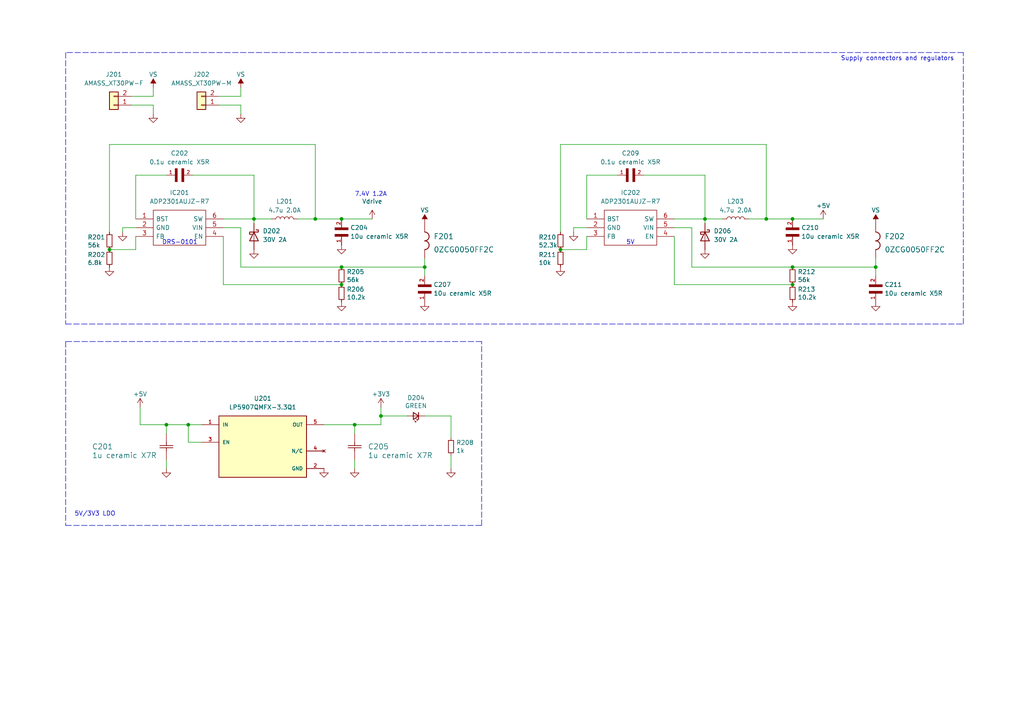
<source format=kicad_sch>
(kicad_sch (version 20211123) (generator eeschema)
  (paper "A4")
  (lib_symbols
    (symbol "0ZCG0050FF2C:0ZCG0050FF2C" (pin_numbers hide) (pin_names hide)
      (property "Reference" "F" (at 5.08 3.175 0))
      (property "Value" "0ZCG0050FF2C" (at 5.08 -6.35 0))
      (symbol "0ZCG0050FF2C_1_1"
        (arc (start 2.54 0) (mid 3.81 -1.27) (end 5.08 0) (stroke (width 0.254)))
        (arc (start 5.08 0) (mid 6.35 -1.27) (end 7.62 0) (stroke (width 0.254)))
        (pin unspecified line (at 0 0 0) (length 2.54) (name "1") (number "1"))
        (pin unspecified line (at 10.16 0 180) (length 2.54) (name "2") (number "2"))
      )
    )
    (symbol "ADP2301AUJZ-R7:ADP2301AUJZ-R7" (pin_names (offset 0.762))
      (property "Reference" "IC" (at 21.59 7.62 0))
      (property "Value" "ADP2301AUJZ-R7" (at 21.59 5.08 0))
      (symbol "ADP2301AUJZ-R7_0_0"
        (pin passive line (at 0 0 0) (length 5.08) (name "BST") (number "1"))
        (pin power_in line (at 0 -2.54 0) (length 5.08) (name "GND") (number "2"))
        (pin passive line (at 0 -5.08 0) (length 5.08) (name "FB") (number "3"))
        (pin passive line (at 25.4 -5.08 180) (length 5.08) (name "EN") (number "4"))
        (pin input line (at 25.4 -2.54 180) (length 5.08) (name "VIN") (number "5"))
        (pin passive line (at 25.4 0 180) (length 5.08) (name "SW") (number "6"))
      )
      (symbol "ADP2301AUJZ-R7_0_1"
        (polyline (pts (xy 5.08 2.54) (xy 20.32 2.54) (xy 20.32 -7.62) (xy 5.08 -7.62) (xy 5.08 2.54)) (stroke (width 0.1524)))
      )
    )
    (symbol "BluePhil-rescue:+3.3V-power" (power) (pin_names (offset 0))
      (property "Value" "+3.3V-power" (at 0 3.556 0))
      (symbol "+3.3V-power_0_1"
        (polyline (pts (xy -0.762 1.27) (xy 0 2.54)))
        (polyline (pts (xy 0 0) (xy 0 2.54)))
        (polyline (pts (xy 0 2.54) (xy 0.762 1.27)))
      )
      (symbol "+3.3V-power_1_1"
        (pin power_in line (at 0 0 90) (length 0) hide (name "+3V3") (number "1"))
      )
    )
    (symbol "C0603C105K3RACTU:C0603C105K3RACTU" (pin_numbers hide) (pin_names (offset 1.651) hide)
      (property "Reference" "C" (at 3.81 3.81 0))
      (property "Value" "C0603C105K3RACTU" (at 3.81 -7.62 0))
      (symbol "C0603C105K3RACTU_1_1"
        (polyline (pts (xy 2.54 0) (xy 3.4798 0)) (stroke (width 0.2032)))
        (polyline (pts (xy 3.4798 -1.905) (xy 3.4798 1.905)) (stroke (width 0.2032)))
        (polyline (pts (xy 4.1148 -1.905) (xy 4.1148 1.905)) (stroke (width 0.2032)))
        (polyline (pts (xy 4.1148 0) (xy 5.08 0)) (stroke (width 0.2032)))
        (pin unspecified line (at 0 0 0) (length 2.54) (name "1") (number "1"))
        (pin unspecified line (at 7.62 0 180) (length 2.54) (name "2") (number "2"))
      )
    )
    (symbol "C1005X5R1E104K050BC:C1005X5R1E104K050BC" (pin_names (offset 1.016) hide)
      (property "Reference" "C" (at 0 3.81 0))
      (property "Value" "C1005X5R1E104K050BC" (at 0 -5.08 0))
      (symbol "C1005X5R1E104K050BC_0_0"
        (rectangle (start 0 -1.905) (end 0.635 1.905) (fill (type outline)))
        (rectangle (start 1.905 -1.905) (end 2.54 1.905) (fill (type outline)))
        (pin passive line (at -2.54 0 0) (length 2.54) (name "~") (number "1"))
        (pin passive line (at 5.08 0 180) (length 2.54) (name "~") (number "2"))
      )
    )
    (symbol "C1608X5R0J106K080AB:C1608X5R0J106K080AB" (pin_names (offset 1.016) hide)
      (property "Reference" "C" (at 0 3.81 0))
      (property "Value" "C1608X5R0J106K080AB" (at 0 -5.08 0))
      (symbol "C1608X5R0J106K080AB_0_0"
        (rectangle (start 0 -1.905) (end 0.635 1.905) (fill (type outline)))
        (rectangle (start 1.905 -1.905) (end 2.54 1.905) (fill (type outline)))
        (pin passive line (at -2.54 0 0) (length 2.54) (name "~") (number "1"))
        (pin passive line (at 5.08 0 180) (length 2.54) (name "~") (number "2"))
      )
    )
    (symbol "Connector_Generic:Conn_01x02" (pin_names (offset 1.016) hide)
      (property "Reference" "J" (at 0 2.54 0))
      (property "Value" "Conn_01x02" (at 0 -5.08 0))
      (symbol "Conn_01x02_1_1"
        (rectangle (start -1.27 -2.413) (end 0 -2.667) (stroke (width 0.1524)))
        (rectangle (start -1.27 0.127) (end 0 -0.127) (stroke (width 0.1524)))
        (rectangle (start -1.27 1.27) (end 1.27 -3.81) (stroke (width 0.254)) (fill (type background)))
        (pin passive line (at -5.08 0 0) (length 3.81) (name "Pin_1") (number "1"))
        (pin passive line (at -5.08 -2.54 0) (length 3.81) (name "Pin_2") (number "2"))
      )
    )
    (symbol "Device:D_Schottky" (pin_numbers hide) (pin_names (offset 1.016) hide)
      (property "Reference" "D" (at 0 2.54 0))
      (property "Value" "D_Schottky" (at 0 -2.54 0))
      (symbol "D_Schottky_0_1"
        (polyline (pts (xy 1.27 0) (xy -1.27 0)))
        (polyline (pts (xy 1.27 1.27) (xy 1.27 -1.27) (xy -1.27 0) (xy 1.27 1.27)) (stroke (width 0.254)))
        (polyline (pts (xy -1.905 0.635) (xy -1.905 1.27) (xy -1.27 1.27) (xy -1.27 -1.27) (xy -0.635 -1.27) (xy -0.635 -0.635)) (stroke (width 0.254)))
      )
      (symbol "D_Schottky_1_1"
        (pin passive line (at -3.81 0 0) (length 2.54) (name "K") (number "1"))
        (pin passive line (at 3.81 0 180) (length 2.54) (name "A") (number "2"))
      )
    )
    (symbol "Device:L" (pin_numbers hide) (pin_names (offset 1.016) hide)
      (property "Reference" "L" (at -1.27 0 90))
      (property "Value" "L" (at 1.905 0 90))
      (symbol "L_0_1"
        (arc (start 0 -2.54) (mid 0.635 -1.905) (end 0 -1.27))
        (arc (start 0 -1.27) (mid 0.635 -0.635) (end 0 0))
        (arc (start 0 0) (mid 0.635 0.635) (end 0 1.27))
        (arc (start 0 1.27) (mid 0.635 1.905) (end 0 2.54))
      )
      (symbol "L_1_1"
        (pin passive line (at 0 3.81 270) (length 1.27) (name "1") (number "1"))
        (pin passive line (at 0 -3.81 90) (length 1.27) (name "2") (number "2"))
      )
    )
    (symbol "Device:LED_Small" (pin_numbers hide) (pin_names (offset 0.254) hide)
      (property "Reference" "D" (at -1.27 3.175 0))
      (property "Value" "LED_Small" (at -4.445 -2.54 0))
      (symbol "LED_Small_0_1"
        (polyline (pts (xy -0.762 -1.016) (xy -0.762 1.016)) (stroke (width 0.254)))
        (polyline (pts (xy 1.016 0) (xy -0.762 0)))
        (polyline (pts (xy 0.762 -1.016) (xy -0.762 0) (xy 0.762 1.016) (xy 0.762 -1.016)) (stroke (width 0.254)))
        (polyline (pts (xy 0 0.762) (xy -0.508 1.27) (xy -0.254 1.27) (xy -0.508 1.27) (xy -0.508 1.016)))
        (polyline (pts (xy 0.508 1.27) (xy 0 1.778) (xy 0.254 1.778) (xy 0 1.778) (xy 0 1.524)))
      )
      (symbol "LED_Small_1_1"
        (pin passive line (at -2.54 0 0) (length 1.778) (name "K") (number "1"))
        (pin passive line (at 2.54 0 180) (length 1.778) (name "A") (number "2"))
      )
    )
    (symbol "Device:R_Small" (pin_numbers hide) (pin_names (offset 0.254) hide)
      (property "Reference" "R" (at 0.762 0.508 0))
      (property "Value" "R_Small" (at 0.762 -1.016 0))
      (symbol "R_Small_0_1"
        (rectangle (start -0.762 1.778) (end 0.762 -1.778) (stroke (width 0.2032)))
      )
      (symbol "R_Small_1_1"
        (pin passive line (at 0 2.54 270) (length 0.762) (name "~") (number "1"))
        (pin passive line (at 0 -2.54 90) (length 0.762) (name "~") (number "2"))
      )
    )
    (symbol "LP5907QMFX-3.3Q1:LP5907QMFX-3.3Q1" (pin_names (offset 1.016))
      (property "Reference" "U" (at -12.7 8.382 0))
      (property "Value" "LP5907QMFX-3.3Q1" (at -12.7 -12.7 0))
      (symbol "LP5907QMFX-3.3Q1_0_0"
        (rectangle (start -12.7 -10.16) (end 12.7 7.62) (stroke (width 0.254)) (fill (type background)))
        (pin input line (at -17.78 5.08 0) (length 5.08) (name "IN") (number "1"))
        (pin power_in line (at 17.78 -7.62 180) (length 5.08) (name "GND") (number "2"))
        (pin input line (at -17.78 0 0) (length 5.08) (name "EN") (number "3"))
        (pin no_connect line (at 17.78 -2.54 180) (length 5.08) (name "N/C") (number "4"))
        (pin output line (at 17.78 5.08 180) (length 5.08) (name "OUT") (number "5"))
      )
    )
    (symbol "power:+5V" (power) (pin_names (offset 0))
      (property "Value" "+5V" (at 0 3.556 0))
      (symbol "+5V_0_1"
        (polyline (pts (xy -0.762 1.27) (xy 0 2.54)))
        (polyline (pts (xy 0 0) (xy 0 2.54)))
        (polyline (pts (xy 0 2.54) (xy 0.762 1.27)))
      )
      (symbol "+5V_1_1"
        (pin power_in line (at 0 0 90) (length 0) hide (name "+5V") (number "1"))
      )
    )
    (symbol "power:GND" (power) (pin_names (offset 0))
      (property "Value" "GND" (at 0 -3.81 0))
      (symbol "GND_0_1"
        (polyline (pts (xy 0 0) (xy 0 -1.27) (xy 1.27 -1.27) (xy 0 -2.54) (xy -1.27 -1.27) (xy 0 -1.27)))
      )
      (symbol "GND_1_1"
        (pin power_in line (at 0 0 270) (length 0) hide (name "GND") (number "1"))
      )
    )
    (symbol "power:VS" (power) (pin_names (offset 0))
      (property "Value" "VS" (at 0 3.81 0))
      (symbol "VS_0_1"
        (polyline (pts (xy 0 0) (xy 0 2.54)))
        (polyline (pts (xy 0.762 1.27) (xy -0.762 1.27) (xy 0 2.54) (xy 0.762 1.27)) (fill (type outline)))
      )
      (symbol "VS_1_1"
        (pin power_in line (at 0 0 90) (length 0) hide (name "VS") (number "1"))
      )
    )
    (symbol "power:Vdrive" (power) (pin_names (offset 0))
      (property "Value" "Vdrive" (at 0 3.81 0))
      (symbol "Vdrive_0_1"
        (polyline (pts (xy -0.762 1.27) (xy 0 2.54)))
        (polyline (pts (xy 0 0) (xy 0 2.54)))
        (polyline (pts (xy 0 2.54) (xy 0.762 1.27)))
      )
      (symbol "Vdrive_1_1"
        (pin power_in line (at 0 0 90) (length 0) hide (name "Vdrive") (number "1"))
      )
    )
  )
  (junction (at 222.25 63.5))
  (junction (at 204.47 63.5))
  (junction (at 229.87 63.5))
  (junction (at 48.26 123.19))
  (junction (at 31.75 72.39))
  (junction (at 99.06 63.5))
  (junction (at 229.87 77.47))
  (junction (at 110.49 120.65))
  (junction (at 99.06 82.55))
  (junction (at 123.19 77.47))
  (junction (at 91.44 63.5))
  (junction (at 254 77.47))
  (junction (at 73.66 63.5))
  (junction (at 99.06 77.47))
  (junction (at 102.87 123.19))
  (junction (at 162.56 72.39))
  (junction (at 229.87 82.55))
  (junction (at 54.61 123.19))
  (wire (pts (xy 204.47 50.8) (xy 204.47 63.5)))
  (wire (pts (xy 110.49 120.65) (xy 118.11 120.65)))
  (wire (pts (xy 170.18 72.39) (xy 162.56 72.39)))
  (wire (pts (xy 186.69 50.8) (xy 204.47 50.8)))
  (polyline (pts (xy 19.05 152.4) (xy 139.7 152.4)))
  (wire (pts (xy 86.36 63.5) (xy 91.44 63.5)))
  (wire (pts (xy 44.45 33.02) (xy 44.45 30.48)))
  (polyline (pts (xy 19.05 99.06) (xy 19.05 152.4)))
  (wire (pts (xy 200.66 66.04) (xy 200.66 77.47)))
  (wire (pts (xy 69.85 77.47) (xy 99.06 77.47)))
  (wire (pts (xy 40.64 118.11) (xy 40.64 123.19)))
  (wire (pts (xy 40.64 123.19) (xy 48.26 123.19)))
  (wire (pts (xy 200.66 77.47) (xy 229.87 77.47)))
  (wire (pts (xy 162.56 41.91) (xy 222.25 41.91)))
  (wire (pts (xy 222.25 41.91) (xy 222.25 63.5)))
  (wire (pts (xy 162.56 67.31) (xy 162.56 41.91)))
  (wire (pts (xy 110.49 123.19) (xy 102.87 123.19)))
  (wire (pts (xy 69.85 25.4) (xy 69.85 27.94)))
  (wire (pts (xy 110.49 118.11) (xy 110.49 120.65)))
  (wire (pts (xy 39.37 72.39) (xy 39.37 68.58)))
  (wire (pts (xy 31.75 67.31) (xy 31.75 41.91)))
  (wire (pts (xy 170.18 50.8) (xy 179.07 50.8)))
  (wire (pts (xy 73.66 64.77) (xy 73.66 63.5)))
  (wire (pts (xy 55.88 50.8) (xy 73.66 50.8)))
  (wire (pts (xy 58.42 128.27) (xy 54.61 128.27)))
  (wire (pts (xy 54.61 128.27) (xy 54.61 123.19)))
  (wire (pts (xy 130.81 120.65) (xy 130.81 127)))
  (wire (pts (xy 102.87 125.73) (xy 102.87 123.19)))
  (polyline (pts (xy 139.7 152.4) (xy 139.7 99.06)))
  (wire (pts (xy 54.61 123.19) (xy 58.42 123.19)))
  (wire (pts (xy 195.58 82.55) (xy 195.58 68.58)))
  (wire (pts (xy 91.44 63.5) (xy 99.06 63.5)))
  (wire (pts (xy 170.18 63.5) (xy 170.18 50.8)))
  (wire (pts (xy 69.85 33.02) (xy 69.85 30.48)))
  (wire (pts (xy 166.37 66.04) (xy 170.18 66.04)))
  (wire (pts (xy 222.25 63.5) (xy 229.87 63.5)))
  (wire (pts (xy 123.19 74.93) (xy 123.19 77.47)))
  (wire (pts (xy 217.17 63.5) (xy 222.25 63.5)))
  (wire (pts (xy 35.56 66.04) (xy 39.37 66.04)))
  (wire (pts (xy 69.85 30.48) (xy 63.5 30.48)))
  (wire (pts (xy 73.66 50.8) (xy 73.66 63.5)))
  (wire (pts (xy 91.44 41.91) (xy 91.44 63.5)))
  (wire (pts (xy 48.26 123.19) (xy 54.61 123.19)))
  (wire (pts (xy 69.85 27.94) (xy 63.5 27.94)))
  (wire (pts (xy 31.75 41.91) (xy 91.44 41.91)))
  (wire (pts (xy 39.37 50.8) (xy 48.26 50.8)))
  (wire (pts (xy 93.98 123.19) (xy 102.87 123.19)))
  (wire (pts (xy 254 74.93) (xy 254 77.47)))
  (wire (pts (xy 44.45 27.94) (xy 38.1 27.94)))
  (wire (pts (xy 73.66 63.5) (xy 78.74 63.5)))
  (wire (pts (xy 64.77 63.5) (xy 73.66 63.5)))
  (wire (pts (xy 123.19 120.65) (xy 130.81 120.65)))
  (polyline (pts (xy 279.4 15.24) (xy 19.05 15.24)))
  (wire (pts (xy 64.77 82.55) (xy 64.77 68.58)))
  (wire (pts (xy 44.45 25.4) (xy 44.45 27.94)))
  (wire (pts (xy 254 77.47) (xy 254 80.01)))
  (wire (pts (xy 195.58 66.04) (xy 200.66 66.04)))
  (wire (pts (xy 195.58 82.55) (xy 229.87 82.55)))
  (wire (pts (xy 64.77 82.55) (xy 99.06 82.55)))
  (wire (pts (xy 39.37 63.5) (xy 39.37 50.8)))
  (wire (pts (xy 48.26 125.73) (xy 48.26 123.19)))
  (polyline (pts (xy 139.7 99.06) (xy 19.05 99.06)))
  (wire (pts (xy 99.06 63.5) (xy 107.95 63.5)))
  (wire (pts (xy 38.1 30.48) (xy 44.45 30.48)))
  (wire (pts (xy 110.49 120.65) (xy 110.49 123.19)))
  (wire (pts (xy 99.06 77.47) (xy 123.19 77.47)))
  (wire (pts (xy 48.26 133.35) (xy 48.26 135.89)))
  (wire (pts (xy 102.87 133.35) (xy 102.87 135.89)))
  (polyline (pts (xy 19.05 93.98) (xy 279.4 93.98)))
  (wire (pts (xy 69.85 66.04) (xy 69.85 77.47)))
  (polyline (pts (xy 279.4 93.98) (xy 279.4 15.24)))
  (wire (pts (xy 204.47 63.5) (xy 209.55 63.5)))
  (wire (pts (xy 35.56 66.04) (xy 35.56 67.31)))
  (wire (pts (xy 229.87 63.5) (xy 238.76 63.5)))
  (wire (pts (xy 39.37 72.39) (xy 31.75 72.39)))
  (wire (pts (xy 204.47 64.77) (xy 204.47 63.5)))
  (wire (pts (xy 130.81 135.89) (xy 130.81 132.08)))
  (wire (pts (xy 166.37 66.04) (xy 166.37 67.31)))
  (wire (pts (xy 170.18 72.39) (xy 170.18 68.58)))
  (wire (pts (xy 195.58 63.5) (xy 204.47 63.5)))
  (wire (pts (xy 229.87 77.47) (xy 254 77.47)))
  (polyline (pts (xy 19.05 15.24) (xy 19.05 93.98)))
  (wire (pts (xy 123.19 77.47) (xy 123.19 80.01)))
  (wire (pts (xy 64.77 66.04) (xy 69.85 66.04)))
  (text "5V/3V3 LDO\n" (at 21.59 149.86 0) (effects (font (size 1.27 1.27)) (justify left bottom)))
  (text "5V\n" (at 181.61 71.12 0) (effects (font (size 1.27 1.27)) (justify left bottom)))
  (text "7.4V 1.2A\n" (at 102.87 57.15 0) (effects (font (size 1.27 1.27)) (justify left bottom)))
  (text "DRS-0101\n" (at 46.99 71.12 0) (effects (font (size 1.27 1.27)) (justify left bottom)))
  (text "Supply connectors and regulators\n" (at 243.84 17.78 0) (effects (font (size 1.27 1.27)) (justify left bottom)))
  (symbol (lib_id "power:GND") (at 31.75 77.47 0) (unit 1)
    (property "Reference" "#PWR0114" (effects hide))
    (property "Value" "GND" (effects hide))
  )
  (symbol (lib_id "ADP2301AUJZ-R7:ADP2301AUJZ-R7") (at 170.18 63.5 0) (unit 1)
    (property "Reference" "IC202" (at 182.88 55.88 0))
    (property "Value" "ADP2301AUJZ-R7" (at 182.88 58.42 0))
    (property "Footprint" "SOT95P280X100-6N" (effects hide))
    (property "Datasheet" "https://datasheet.datasheetarchive.com/originals/distributors/Datasheets-SFU1/DSASFU10005240.pdf" (effects hide))
    (property "Description" "Analog Devices ADP2301AUJZ-R7, Step Down DC-DC Converter, Adjustable, 0.8 ??17 V, 6-Pin TSOT%0%0" (effects hide))
    (property "Height" "1" (effects hide))
    (property "Manufacturer_Name" "Analog Devices" (effects hide))
    (property "Manufacturer_Part_Number" "ADP2301AUJZ-R7" (effects hide))
    (property "Mouser Part Number" "584-ADP2301AUJZ-R7" (effects hide))
    (property "Mouser Price/Stock" "https://www.mouser.co.uk/ProductDetail/Analog-Devices/ADP2301AUJZ-R7?qs=WIvQP4zGangX%252BSN5bF8NUg%3D%3D" (effects hide))
    (property "Arrow Part Number" "ADP2301AUJZ-R7" (effects hide))
    (property "Arrow Price/Stock" "https://www.arrow.com/en/products/adp2301aujz-r7/analog-devices?region=nac" (effects hide))
  )
  (symbol (lib_id "power:Vdrive") (at 107.95 63.5 0) (unit 1)
    (property "Reference" "#PWR0220" (effects hide))
    (property "Value" "Vdrive" (at 107.95 58.42 0))
  )
  (symbol (lib_id "power:+5V") (at 40.64 118.11 0) (unit 1)
    (property "Reference" "#PWR0205" (effects hide))
    (property "Value" "+5V" (at 40.64 114.3 0))
  )
  (symbol (lib_id "Device:LED_Small") (at 120.65 120.65 180) (unit 1)
    (property "Reference" "D204" (at 120.65 115.3922 0))
    (property "Value" "GREEN" (at 120.65 117.7036 0))
    (property "Footprint" "LED_SMD:LED_0603_1608Metric" (effects hide))
    (property "LCSC Part #" "C72043" (effects hide))
  )
  (symbol (lib_id "Device:D_Schottky") (at 204.47 68.58 270) (unit 1)
    (property "Reference" "D206" (at 207.01 66.9924 90) (effects (justify left)))
    (property "Value" "30V 2A" (at 207.01 69.5324 90) (effects (justify left)))
    (property "Footprint" "SnapEDA Library:B230A-13-F" (effects hide))
  )
  (symbol (lib_id "Device:D_Schottky") (at 73.66 68.58 270) (unit 1)
    (property "Reference" "D202" (at 76.2 66.9924 90) (effects (justify left)))
    (property "Value" "30V 2A" (at 76.2 69.5324 90) (effects (justify left)))
    (property "Footprint" "SnapEDA Library:B230A-13-F" (effects hide))
  )
  (symbol (lib_id "power:GND") (at 93.98 135.89 0) (unit 1)
    (property "Reference" "#PWR0215" (effects hide))
    (property "Value" "GND" (effects hide))
  )
  (symbol (lib_id "LP5907QMFX-3.3Q1:LP5907QMFX-3.3Q1") (at 76.2 128.27 0) (unit 1)
    (property "Reference" "U201" (at 76.2 115.57 0))
    (property "Value" "LP5907QMFX-3.3Q1" (at 76.2 118.11 0))
    (property "Footprint" "SnapEDA Library:SOT95P280X145-5N" (effects hide))
    (property "MANUFACTURER" "Texas Instruments" (effects hide))
    (property "STANDARD" "IPC 7351B" (effects hide))
    (property "PARTREV" "DECEMBER 2019" (effects hide))
    (property "MAXIMUM_PACKAGE_HEIGHT" "1.45mm" (effects hide))
  )
  (symbol (lib_id "power:GND") (at 48.26 135.89 0) (unit 1)
    (property "Reference" "#PWR0208" (effects hide))
    (property "Value" "GND" (effects hide))
  )
  (symbol (lib_id "power:GND") (at 229.87 87.63 0) (unit 1)
    (property "Reference" "#PWR0111" (effects hide))
    (property "Value" "GND" (effects hide))
  )
  (symbol (lib_id "Device:R_Small") (at 99.06 80.01 0) (unit 1)
    (property "Reference" "R205" (at 100.5586 78.8416 0) (effects (justify left)))
    (property "Value" "56k" (at 100.5586 81.153 0) (effects (justify left)))
    (property "Footprint" "Resistor_SMD:R_0402_1005Metric" (effects hide))
  )
  (symbol (lib_id "power:VS") (at 254 64.77 0) (unit 1)
    (property "Reference" "#PWR0201" (effects hide))
    (property "Value" "VS" (at 254 60.96 0))
  )
  (symbol (lib_id "Device:R_Small") (at 229.87 85.09 0) (unit 1)
    (property "Reference" "R213" (at 231.3686 83.9216 0) (effects (justify left)))
    (property "Value" "10.2k" (at 231.3686 86.233 0) (effects (justify left)))
    (property "Footprint" "Resistor_SMD:R_0402_1005Metric" (effects hide))
  )
  (symbol (lib_id "ADP2301AUJZ-R7:ADP2301AUJZ-R7") (at 39.37 63.5 0) (unit 1)
    (property "Reference" "IC201" (at 52.07 55.88 0))
    (property "Value" "ADP2301AUJZ-R7" (at 52.07 58.42 0))
    (property "Footprint" "SOT95P280X100-6N" (effects hide))
    (property "Datasheet" "https://datasheet.datasheetarchive.com/originals/distributors/Datasheets-SFU1/DSASFU10005240.pdf" (effects hide))
    (property "Description" "Analog Devices ADP2301AUJZ-R7, Step Down DC-DC Converter, Adjustable, 0.8 ??17 V, 6-Pin TSOT%0%0" (effects hide))
    (property "Height" "1" (effects hide))
    (property "Manufacturer_Name" "Analog Devices" (effects hide))
    (property "Manufacturer_Part_Number" "ADP2301AUJZ-R7" (effects hide))
    (property "Mouser Part Number" "584-ADP2301AUJZ-R7" (effects hide))
    (property "Mouser Price/Stock" "https://www.mouser.co.uk/ProductDetail/Analog-Devices/ADP2301AUJZ-R7?qs=WIvQP4zGangX%252BSN5bF8NUg%3D%3D" (effects hide))
    (property "Arrow Part Number" "ADP2301AUJZ-R7" (effects hide))
    (property "Arrow Price/Stock" "https://www.arrow.com/en/products/adp2301aujz-r7/analog-devices?region=nac" (effects hide))
  )
  (symbol (lib_id "C1608X5R0J106K080AB:C1608X5R0J106K080AB") (at 254 85.09 90) (unit 1)
    (property "Reference" "C211" (at 256.54 82.5499 90) (effects (justify right)))
    (property "Value" "10u ceramic X5R" (at 256.54 85.0899 90) (effects (justify right)))
    (property "Footprint" "SnapEDA Library:CAPC1608X90N" (effects hide))
  )
  (symbol (lib_id "power:GND") (at 35.56 67.31 0) (unit 1)
    (property "Reference" "#PWR0102" (effects hide))
    (property "Value" "GND" (effects hide))
  )
  (symbol (lib_id "power:GND") (at 204.47 72.39 0) (unit 1)
    (property "Reference" "#PWR0109" (effects hide))
    (property "Value" "GND" (effects hide))
  )
  (symbol (lib_id "power:GND") (at 44.45 33.02 0) (unit 1)
    (property "Reference" "#PWR0104" (effects hide))
    (property "Value" "GND" (effects hide))
  )
  (symbol (lib_id "power:GND") (at 229.87 71.12 0) (unit 1)
    (property "Reference" "#PWR0113" (effects hide))
    (property "Value" "GND" (effects hide))
  )
  (symbol (lib_id "C1005X5R1E104K050BC:C1005X5R1E104K050BC") (at 181.61 50.8 0) (unit 1)
    (property "Reference" "C209" (at 182.88 44.45 0))
    (property "Value" "0.1u ceramic X5R" (at 182.88 46.99 0))
    (property "Footprint" "SnapEDA Library:CAPC1005X55N" (effects hide))
  )
  (symbol (lib_id "C1005X5R1E104K050BC:C1005X5R1E104K050BC") (at 50.8 50.8 0) (unit 1)
    (property "Reference" "C202" (at 52.07 44.45 0))
    (property "Value" "0.1u ceramic X5R" (at 52.07 46.99 0))
    (property "Footprint" "SnapEDA Library:CAPC1005X55N" (effects hide))
  )
  (symbol (lib_id "power:GND") (at 123.19 87.63 0) (unit 1)
    (property "Reference" "#PWR0108" (effects hide))
    (property "Value" "GND" (effects hide))
  )
  (symbol (lib_id "Device:R_Small") (at 31.75 74.93 0) (unit 1)
    (property "Reference" "R202" (at 25.4 73.8886 0) (effects (justify left)))
    (property "Value" "6.8k" (at 25.4 76.2 0) (effects (justify left)))
    (property "Footprint" "Resistor_SMD:R_0402_1005Metric" (effects hide))
  )
  (symbol (lib_id "Device:L") (at 82.55 63.5 90) (unit 1)
    (property "Reference" "L201" (at 82.55 58.42 90))
    (property "Value" "4.7u 2.0A" (at 82.55 60.96 90))
    (property "Footprint" "SnapEDA Library:CDRH5D28RHPNP-4R7NC" (effects hide))
  )
  (symbol (lib_id "Connector_Generic:Conn_01x02") (at 33.02 30.48 180) (unit 1)
    (property "Reference" "J201" (at 33.02 21.59 0))
    (property "Value" "AMASS_XT30PW-F" (at 33.02 24.13 0))
    (property "Footprint" "Connector_AMASS:AMASS_XT30PW-F_1x02_P2.50mm_Horizontal" (effects hide))
  )
  (symbol (lib_id "power:GND") (at 99.06 87.63 0) (unit 1)
    (property "Reference" "#PWR0106" (effects hide))
    (property "Value" "GND" (effects hide))
  )
  (symbol (lib_id "0ZCG0050FF2C:0ZCG0050FF2C") (at 123.19 74.93 90) (unit 1)
    (property "Reference" "F201" (at 125.73 68.58 90) (effects (font (size 1.524 1.524)) (justify right)))
    (property "Value" "0ZCG0050FF2C" (at 125.73 72.39 90) (effects (font (size 1.524 1.524)) (justify right)))
    (property "Footprint" "SnapEDA Library:0ZCG0050FF2C" (effects hide))
  )
  (symbol (lib_id "Device:R_Small") (at 31.75 69.85 0) (unit 1)
    (property "Reference" "R201" (at 25.4 68.8086 0) (effects (justify left)))
    (property "Value" "56k" (at 25.4 71.12 0) (effects (justify left)))
    (property "Footprint" "Resistor_SMD:R_0402_1005Metric" (effects hide))
  )
  (symbol (lib_id "Device:L") (at 213.36 63.5 90) (unit 1)
    (property "Reference" "L203" (at 213.36 58.42 90))
    (property "Value" "4.7u 2.0A" (at 213.36 60.96 90))
    (property "Footprint" "SnapEDA Library:CDRH5D28RHPNP-4R7NC" (effects hide))
  )
  (symbol (lib_id "Device:R_Small") (at 130.81 129.54 0) (unit 1)
    (property "Reference" "R208" (at 132.3086 128.3716 0) (effects (justify left)))
    (property "Value" "1k" (at 132.3086 130.683 0) (effects (justify left)))
    (property "Footprint" "Resistor_SMD:R_0402_1005Metric" (effects hide))
    (property "LCSC Part #" "C11702" (effects hide))
  )
  (symbol (lib_id "power:GND") (at 99.06 71.12 0) (unit 1)
    (property "Reference" "#PWR0107" (effects hide))
    (property "Value" "GND" (effects hide))
  )
  (symbol (lib_id "power:+5V") (at 238.76 63.5 0) (unit 1)
    (property "Reference" "#PWR0234" (effects hide))
    (property "Value" "+5V" (at 238.76 59.69 0))
  )
  (symbol (lib_id "C0603C105K3RACTU:C0603C105K3RACTU") (at 48.26 133.35 90) (unit 1)
    (property "Reference" "C201" (at 26.67 129.54 90) (effects (font (size 1.524 1.524)) (justify right)))
    (property "Value" "1u ceramic X7R" (at 26.67 132.08 90) (effects (font (size 1.524 1.524)) (justify right)))
    (property "Footprint" "SnapEDA Library:C0603C105K3RACTU" (effects hide))
  )
  (symbol (lib_id "Device:R_Small") (at 162.56 74.93 0) (unit 1)
    (property "Reference" "R211" (at 156.21 73.8886 0) (effects (justify left)))
    (property "Value" "10k" (at 156.21 76.2 0) (effects (justify left)))
    (property "Footprint" "Resistor_SMD:R_0402_1005Metric" (effects hide))
  )
  (symbol (lib_id "Device:R_Small") (at 162.56 69.85 0) (unit 1)
    (property "Reference" "R210" (at 156.21 68.8086 0) (effects (justify left)))
    (property "Value" "52.3k" (at 156.21 71.12 0) (effects (justify left)))
    (property "Footprint" "Resistor_SMD:R_0402_1005Metric" (effects hide))
  )
  (symbol (lib_id "BluePhil-rescue:+3.3V-power") (at 110.49 118.11 0) (unit 1)
    (property "Reference" "#PWR0221" (effects hide))
    (property "Value" "+3.3V" (at 110.49 114.3 0))
  )
  (symbol (lib_id "C1608X5R0J106K080AB:C1608X5R0J106K080AB") (at 123.19 85.09 90) (unit 1)
    (property "Reference" "C207" (at 125.73 82.5499 90) (effects (justify right)))
    (property "Value" "10u ceramic X5R" (at 125.73 85.0899 90) (effects (justify right)))
    (property "Footprint" "SnapEDA Library:CAPC1608X90N" (effects hide))
  )
  (symbol (lib_id "power:GND") (at 102.87 135.89 0) (unit 1)
    (property "Reference" "#PWR0219" (effects hide))
    (property "Value" "GND" (effects hide))
  )
  (symbol (lib_id "C1608X5R0J106K080AB:C1608X5R0J106K080AB") (at 99.06 68.58 90) (unit 1)
    (property "Reference" "C204" (at 101.6 66.0399 90) (effects (justify right)))
    (property "Value" "10u ceramic X5R" (at 101.6 68.5799 90) (effects (justify right)))
    (property "Footprint" "SnapEDA Library:CAPC1608X90N" (effects hide))
  )
  (symbol (lib_id "Connector_Generic:Conn_01x02") (at 58.42 30.48 180) (unit 1)
    (property "Reference" "J202" (at 58.42 21.59 0))
    (property "Value" "AMASS_XT30PW-M" (at 58.42 24.13 0))
    (property "Footprint" "Connector_AMASS:AMASS_XT30PW-M_1x02_P2.50mm_Horizontal" (effects hide))
  )
  (symbol (lib_id "C1608X5R0J106K080AB:C1608X5R0J106K080AB") (at 229.87 68.58 90) (unit 1)
    (property "Reference" "C210" (at 232.41 66.0399 90) (effects (justify right)))
    (property "Value" "10u ceramic X5R" (at 232.41 68.5799 90) (effects (justify right)))
    (property "Footprint" "SnapEDA Library:CAPC1608X90N" (effects hide))
  )
  (symbol (lib_id "C0603C105K3RACTU:C0603C105K3RACTU") (at 102.87 133.35 90) (unit 1)
    (property "Reference" "C205" (at 106.68 129.54 90) (effects (font (size 1.524 1.524)) (justify right)))
    (property "Value" "1u ceramic X7R" (at 106.68 132.08 90) (effects (font (size 1.524 1.524)) (justify right)))
    (property "Footprint" "SnapEDA Library:C0603C105K3RACTU" (effects hide))
  )
  (symbol (lib_id "power:VS") (at 69.85 25.4 0) (unit 1)
    (property "Reference" "#PWR0211" (effects hide))
    (property "Value" "VS" (at 69.85 21.59 0))
  )
  (symbol (lib_id "power:GND") (at 73.66 72.39 0) (unit 1)
    (property "Reference" "#PWR0103" (effects hide))
    (property "Value" "GND" (effects hide))
  )
  (symbol (lib_id "power:VS") (at 44.45 25.4 0) (unit 1)
    (property "Reference" "#PWR0206" (effects hide))
    (property "Value" "VS" (at 44.45 21.59 0))
  )
  (symbol (lib_id "power:GND") (at 130.81 135.89 0) (unit 1)
    (property "Reference" "#PWR0225" (effects hide))
    (property "Value" "GND" (effects hide))
  )
  (symbol (lib_id "power:VS") (at 123.19 64.77 0) (unit 1)
    (property "Reference" "#PWR0223" (effects hide))
    (property "Value" "VS" (at 123.19 60.96 0))
  )
  (symbol (lib_id "power:GND") (at 69.85 33.02 0) (unit 1)
    (property "Reference" "#PWR0101" (effects hide))
    (property "Value" "GND" (effects hide))
  )
  (symbol (lib_id "power:GND") (at 166.37 67.31 0) (unit 1)
    (property "Reference" "#PWR0110" (effects hide))
    (property "Value" "GND" (effects hide))
  )
  (symbol (lib_id "0ZCG0050FF2C:0ZCG0050FF2C") (at 254 74.93 90) (unit 1)
    (property "Reference" "F202" (at 256.54 68.58 90) (effects (font (size 1.524 1.524)) (justify right)))
    (property "Value" "0ZCG0050FF2C" (at 256.54 72.39 90) (effects (font (size 1.524 1.524)) (justify right)))
    (property "Footprint" "SnapEDA Library:0ZCG0050FF2C" (effects hide))
  )
  (symbol (lib_id "Device:R_Small") (at 229.87 80.01 0) (unit 1)
    (property "Reference" "R212" (at 231.3686 78.8416 0) (effects (justify left)))
    (property "Value" "56k" (at 231.3686 81.153 0) (effects (justify left)))
    (property "Footprint" "Resistor_SMD:R_0402_1005Metric" (effects hide))
  )
  (symbol (lib_id "power:GND") (at 254 87.63 0) (unit 1)
    (property "Reference" "#PWR0112" (effects hide))
    (property "Value" "GND" (effects hide))
  )
  (symbol (lib_id "Device:R_Small") (at 99.06 85.09 0) (unit 1)
    (property "Reference" "R206" (at 100.5586 83.9216 0) (effects (justify left)))
    (property "Value" "10.2k" (at 100.5586 86.233 0) (effects (justify left)))
    (property "Footprint" "Resistor_SMD:R_0402_1005Metric" (effects hide))
  )
  (symbol (lib_id "power:GND") (at 162.56 77.47 0) (unit 1)
    (property "Reference" "#PWR0105" (effects hide))
    (property "Value" "GND" (effects hide))
  )
)
</source>
